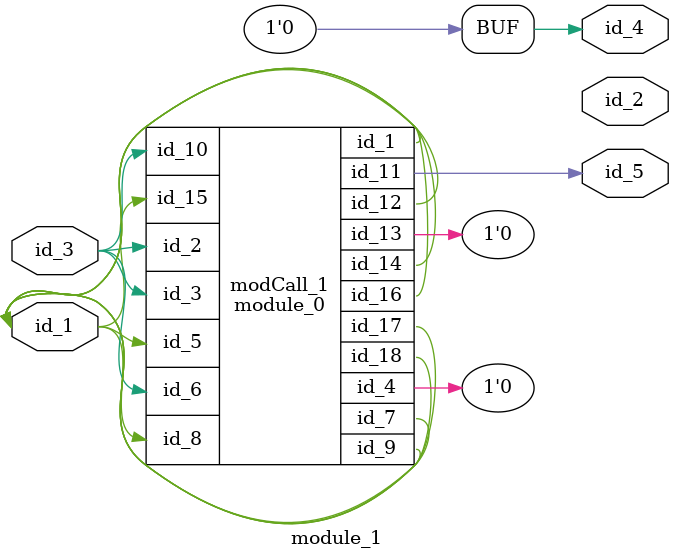
<source format=v>
module module_0 (
    id_1,
    id_2,
    id_3,
    id_4,
    id_5,
    id_6,
    id_7,
    id_8,
    id_9,
    id_10,
    id_11,
    id_12,
    id_13,
    id_14,
    id_15,
    id_16,
    id_17,
    id_18
);
  inout wire id_18;
  inout wire id_17;
  inout wire id_16;
  input wire id_15;
  output wire id_14;
  output wire id_13;
  inout wire id_12;
  output wire id_11;
  input wire id_10;
  inout wire id_9;
  input wire id_8;
  output wire id_7;
  input wire id_6;
  input wire id_5;
  output wire id_4;
  input wire id_3;
  input wire id_2;
  inout wire id_1;
endmodule
module module_1 (
    id_1,
    id_2,
    id_3,
    id_4,
    id_5
);
  output wire id_5;
  output wire id_4;
  input wire id_3;
  output wire id_2;
  inout wire id_1;
  initial begin : LABEL_0
    id_4 = 1;
  end
  xnor primCall (id_4, id_3, id_1);
  module_0 modCall_1 (
      id_1,
      id_3,
      id_3,
      id_4,
      id_1,
      id_3,
      id_1,
      id_1,
      id_1,
      id_3,
      id_5,
      id_1,
      id_4,
      id_1,
      id_1,
      id_1,
      id_1,
      id_1
  );
  assign id_4 = 1'd0;
endmodule

</source>
